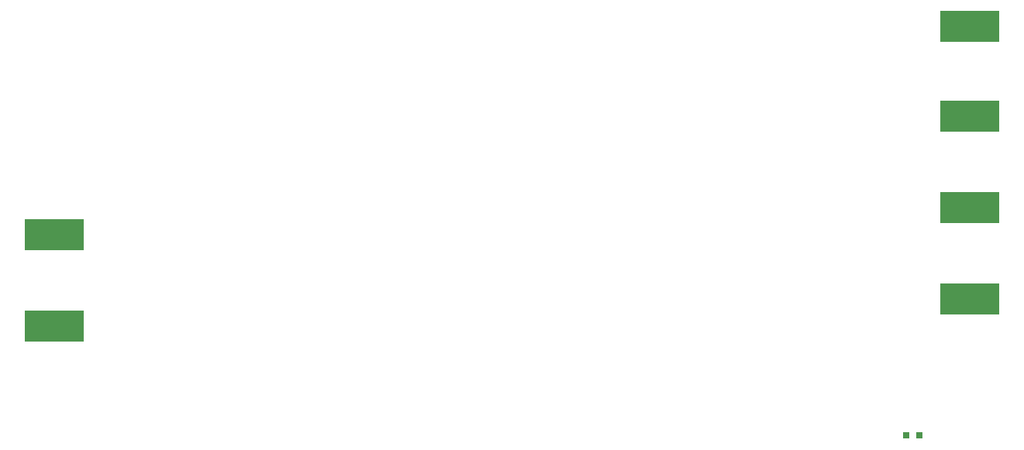
<source format=gbr>
%TF.GenerationSoftware,KiCad,Pcbnew,(5.1.10)-1*%
%TF.CreationDate,2022-06-25T22:45:11+09:00*%
%TF.ProjectId,PowerUnit-Bseries(ver1.0),506f7765-7255-46e6-9974-2d4273657269,rev?*%
%TF.SameCoordinates,Original*%
%TF.FileFunction,Paste,Bot*%
%TF.FilePolarity,Positive*%
%FSLAX46Y46*%
G04 Gerber Fmt 4.6, Leading zero omitted, Abs format (unit mm)*
G04 Created by KiCad (PCBNEW (5.1.10)-1) date 2022-06-25 22:45:11*
%MOMM*%
%LPD*%
G01*
G04 APERTURE LIST*
%ADD10R,0.700000X0.800000*%
%ADD11R,6.500000X3.500000*%
G04 APERTURE END LIST*
D10*
%TO.C,C2*%
X192994100Y-134939600D03*
X191594100Y-134939600D03*
%TD*%
D11*
%TO.C,IN-*%
X98501100Y-113003600D03*
%TD*%
%TO.C,OUT1-*%
X198501100Y-120003600D03*
%TD*%
%TO.C,OUT2-*%
X198501100Y-110003600D03*
%TD*%
%TO.C,OUT3-*%
X198501100Y-100003600D03*
%TD*%
%TO.C,OUT4-*%
X198501100Y-90203600D03*
%TD*%
%TO.C,THRU-*%
X98501100Y-123003600D03*
%TD*%
M02*

</source>
